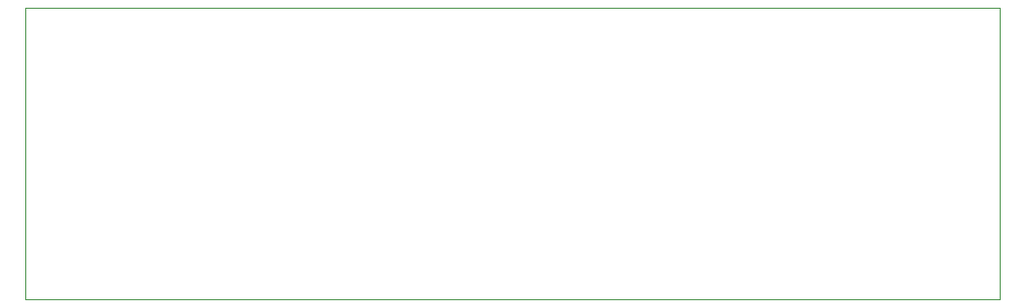
<source format=gm1>
G04 #@! TF.GenerationSoftware,KiCad,Pcbnew,(6.99.0-1936-gea29c66608)*
G04 #@! TF.CreationDate,2022-05-24T07:37:37+02:00*
G04 #@! TF.ProjectId,BalthazarPSU3,42616c74-6861-47a6-9172-505355332e6b,rev?*
G04 #@! TF.SameCoordinates,Original*
G04 #@! TF.FileFunction,Profile,NP*
%FSLAX46Y46*%
G04 Gerber Fmt 4.6, Leading zero omitted, Abs format (unit mm)*
G04 Created by KiCad (PCBNEW (6.99.0-1936-gea29c66608)) date 2022-05-24 07:37:37*
%MOMM*%
%LPD*%
G01*
G04 APERTURE LIST*
G04 #@! TA.AperFunction,Profile*
%ADD10C,0.100000*%
G04 #@! TD*
G04 APERTURE END LIST*
D10*
X186690000Y-58039000D02*
X101854000Y-58039000D01*
X101854000Y-83439000D02*
X186690000Y-83439000D01*
X186690000Y-83439000D02*
X186690000Y-58039000D01*
X101854000Y-58039000D02*
X101854000Y-83439000D01*
M02*

</source>
